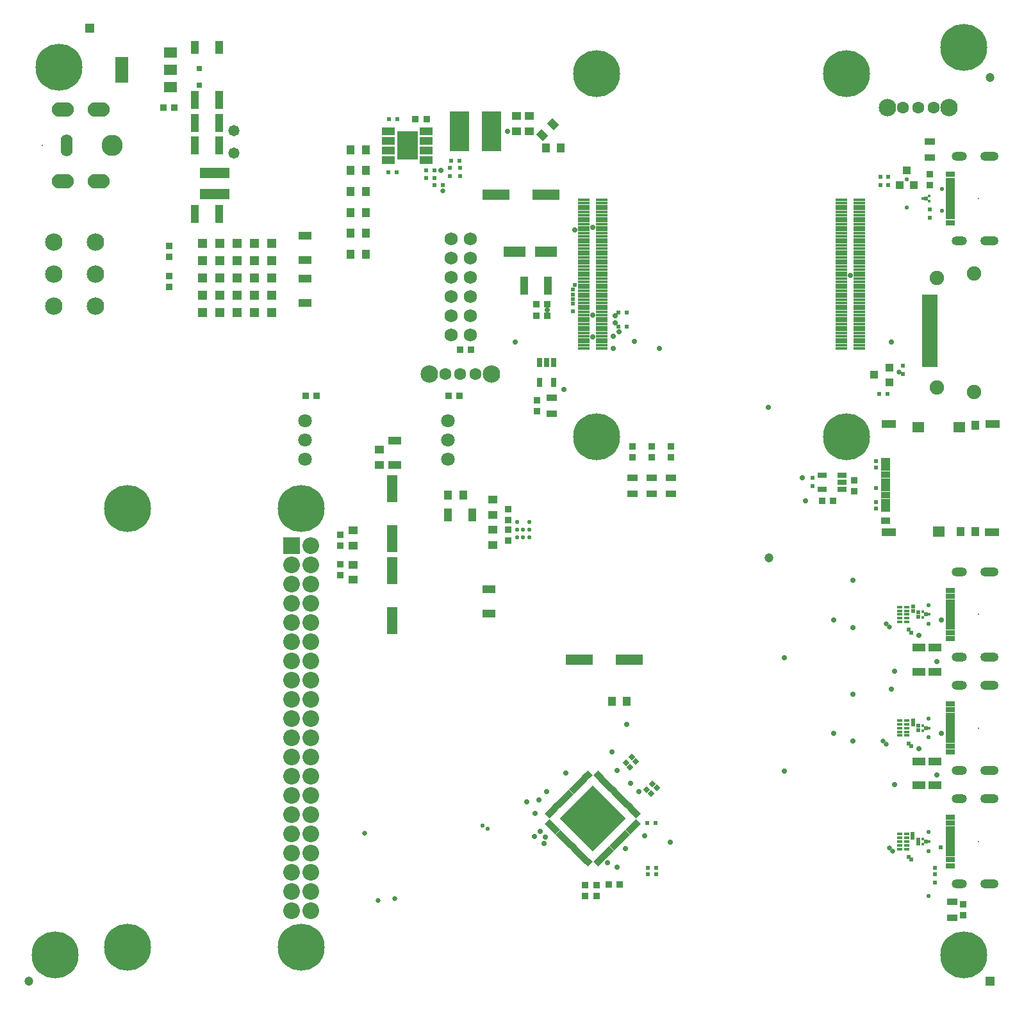
<source format=gbr>
%TF.GenerationSoftware,Altium Limited,Altium Designer,22.4.2 (48)*%
G04 Layer_Color=8388736*
%FSLAX26Y26*%
%MOIN*%
%TF.SameCoordinates,1C2CB1AA-ACBE-45DF-AC24-D873E68AE3FE*%
%TF.FilePolarity,Negative*%
%TF.FileFunction,Soldermask,Top*%
%TF.Part,Single*%
G01*
G75*
%TA.AperFunction,SMDPad,CuDef*%
%ADD27R,0.023622X0.023622*%
%ADD32R,0.055118X0.035433*%
%ADD34R,0.070866X0.039370*%
%ADD38R,0.039370X0.049213*%
%ADD39R,0.035433X0.033465*%
%ADD40P,0.033407X4X270.0*%
%ADD46R,0.049213X0.039370*%
%ADD47R,0.043307X0.094488*%
%ADD48R,0.033465X0.035433*%
%ADD49R,0.023622X0.023622*%
%ADD54R,0.039370X0.070866*%
G04:AMPARAMS|DCode=55|XSize=39.37mil|YSize=49.213mil|CornerRadius=0mil|HoleSize=0mil|Usage=FLASHONLY|Rotation=45.000|XOffset=0mil|YOffset=0mil|HoleType=Round|Shape=Rectangle|*
%AMROTATEDRECTD55*
4,1,4,0.003480,-0.031319,-0.031319,0.003480,-0.003480,0.031319,0.031319,-0.003480,0.003480,-0.031319,0.0*
%
%ADD55ROTATEDRECTD55*%

%TA.AperFunction,FiducialPad,Global*%
%ADD105R,0.047370X0.047370*%
%ADD106C,0.047370*%
%TA.AperFunction,ComponentPad*%
%ADD108O,0.094614X0.047370*%
%ADD109O,0.078866X0.047370*%
%ADD110C,0.008000*%
%ADD111C,0.090677*%
%ADD112R,0.086740X0.086740*%
%ADD113C,0.086740*%
%ADD114O,0.114299X0.074929*%
%ADD115O,0.063118X0.114299*%
%ADD116C,0.110362*%
%ADD117C,0.063118*%
%ADD118C,0.070992*%
%ADD119C,0.244220*%
%ADD120C,0.074929*%
%ADD121C,0.068000*%
%TA.AperFunction,ViaPad*%
%ADD122C,0.035559*%
%ADD123C,0.027685*%
%ADD124C,0.023748*%
%ADD125C,0.021779*%
%ADD126C,0.025716*%
%ADD127C,0.047370*%
%ADD128C,0.058000*%
%TA.AperFunction,SMDPad,CuDef*%
%ADD142R,0.051307X0.031622*%
%ADD143R,0.051307X0.019811*%
%TA.AperFunction,BGAPad,CuDef*%
%ADD144C,0.021779*%
%TA.AperFunction,SMDPad,CuDef*%
%ADD145R,0.100520X0.208787*%
%ADD146R,0.015748X0.015748*%
%ADD147R,0.039496X0.043433*%
%ADD148R,0.070992X0.137921*%
%ADD149R,0.070992X0.055244*%
%ADD150R,0.026701X0.015874*%
%ADD151R,0.025716X0.031228*%
%ADD152R,0.067055X0.039496*%
%ADD153R,0.110362X0.145795*%
%TA.AperFunction,BGAPad,CuDef*%
%ADD154R,0.049732X0.049732*%
%TA.AperFunction,SMDPad,CuDef*%
G04:AMPARAMS|DCode=155|XSize=19.024mil|YSize=35.165mil|CornerRadius=0mil|HoleSize=0mil|Usage=FLASHONLY|Rotation=45.000|XOffset=0mil|YOffset=0mil|HoleType=Round|Shape=Rectangle|*
%AMROTATEDRECTD155*
4,1,4,0.005707,-0.019159,-0.019159,0.005707,-0.005707,0.019159,0.019159,-0.005707,0.005707,-0.019159,0.0*
%
%ADD155ROTATEDRECTD155*%

G04:AMPARAMS|DCode=156|XSize=19.024mil|YSize=35.165mil|CornerRadius=0mil|HoleSize=0mil|Usage=FLASHONLY|Rotation=315.000|XOffset=0mil|YOffset=0mil|HoleType=Round|Shape=Rectangle|*
%AMROTATEDRECTD156*
4,1,4,-0.019159,-0.005707,0.005707,0.019159,0.019159,0.005707,-0.005707,-0.019159,-0.019159,-0.005707,0.0*
%
%ADD156ROTATEDRECTD156*%

%ADD157P,0.345380X4X270.0*%
%ADD158R,0.153669X0.055244*%
%ADD159R,0.082803X0.019811*%
%ADD160R,0.141858X0.055244*%
%ADD161R,0.118236X0.055244*%
%ADD162R,0.060236X0.011811*%
%ADD163R,0.063118X0.052488*%
%ADD164R,0.041465X0.047370*%
%ADD165R,0.074929X0.043433*%
%ADD166R,0.047370X0.033591*%
%ADD167R,0.055244X0.141858*%
%TA.AperFunction,ConnectorPad*%
%ADD168R,0.051307X0.031622*%
%ADD169R,0.051307X0.019811*%
%TA.AperFunction,SMDPad,CuDef*%
%ADD170R,0.043433X0.039496*%
%ADD171R,0.031622X0.051307*%
D27*
X4301181Y1866142D02*
D03*
X4257874D02*
D03*
X5511024Y4100000D02*
D03*
X5467717D02*
D03*
X4154134Y4525000D02*
D03*
X4110827D02*
D03*
X4154134Y4450000D02*
D03*
X4110827D02*
D03*
X2958661Y5531496D02*
D03*
X2915354D02*
D03*
X3194882Y5188976D02*
D03*
X3151575D02*
D03*
X2911417Y5255905D02*
D03*
X2954724D02*
D03*
X3108268Y5263779D02*
D03*
X3151575D02*
D03*
X3281496Y5314961D02*
D03*
X3238189D02*
D03*
X3151575Y5224409D02*
D03*
X3108268D02*
D03*
X4305118Y1601378D02*
D03*
X4261811D02*
D03*
X4305118Y1632874D02*
D03*
X4261811D02*
D03*
D32*
X5728346Y5415354D02*
D03*
Y5332677D02*
D03*
X4182480Y3580709D02*
D03*
Y3663386D02*
D03*
X3761220Y4080118D02*
D03*
Y3997441D02*
D03*
X4282480Y3580709D02*
D03*
Y3663386D02*
D03*
X4382480Y3580709D02*
D03*
Y3663386D02*
D03*
X5844488Y1458661D02*
D03*
Y1375984D02*
D03*
D34*
X3435039Y2958661D02*
D03*
Y3084646D02*
D03*
X5756890Y2653543D02*
D03*
Y2779528D02*
D03*
X2944882Y3858268D02*
D03*
Y3732284D02*
D03*
X2480315Y4700787D02*
D03*
Y4574803D02*
D03*
X2480315Y4799213D02*
D03*
Y4925197D02*
D03*
X5671260Y2062992D02*
D03*
Y2188976D02*
D03*
X5756890Y2062992D02*
D03*
Y2188976D02*
D03*
X5671260Y2653543D02*
D03*
Y2779528D02*
D03*
D38*
X2795276Y5370065D02*
D03*
X2716535D02*
D03*
X4153543Y2500000D02*
D03*
X4074803D02*
D03*
X3224409Y3574803D02*
D03*
X3303150D02*
D03*
X3732283Y5381890D02*
D03*
X3811024D02*
D03*
X2795276Y4826759D02*
D03*
X2716535D02*
D03*
X2795276Y4936995D02*
D03*
X2716535D02*
D03*
X2795276Y5043294D02*
D03*
X2716535D02*
D03*
X2795276Y5153530D02*
D03*
X2716535D02*
D03*
X2795276Y5263766D02*
D03*
X2716535D02*
D03*
D39*
X5334646Y3593504D02*
D03*
Y3650590D02*
D03*
X2661417Y3310039D02*
D03*
Y3367126D02*
D03*
Y3213583D02*
D03*
Y3156496D02*
D03*
X4182480Y3770669D02*
D03*
Y3827756D02*
D03*
X3686220Y4067323D02*
D03*
Y4010236D02*
D03*
X4282480Y3827756D02*
D03*
Y3770669D02*
D03*
X4382480Y3827756D02*
D03*
Y3770669D02*
D03*
X3535433Y3393701D02*
D03*
Y3336614D02*
D03*
Y3443898D02*
D03*
Y3500984D02*
D03*
X1771653Y4813976D02*
D03*
Y4871063D02*
D03*
Y4656496D02*
D03*
Y4713583D02*
D03*
X5903543Y1445866D02*
D03*
Y1388780D02*
D03*
X5728346Y5187992D02*
D03*
Y5245079D02*
D03*
X3996063Y1544291D02*
D03*
Y1487205D02*
D03*
X3937008D02*
D03*
Y1544291D02*
D03*
D40*
X4178697Y2210193D02*
D03*
X4148074Y2179571D02*
D03*
X4310587Y2050744D02*
D03*
X4279964Y2020122D02*
D03*
X4286965Y2072398D02*
D03*
X4256342Y2041775D02*
D03*
X4200351Y2188540D02*
D03*
X4169728Y2157917D02*
D03*
D46*
X2728346Y3311023D02*
D03*
Y3389764D02*
D03*
X2728347Y3212598D02*
D03*
Y3133858D02*
D03*
X2866142Y3732283D02*
D03*
Y3811024D02*
D03*
X3456693Y3393701D02*
D03*
Y3314961D02*
D03*
Y3472441D02*
D03*
Y3551181D02*
D03*
X3578740Y5468504D02*
D03*
Y5547244D02*
D03*
X3645669Y5468504D02*
D03*
Y5547244D02*
D03*
D47*
X3744095Y4665354D02*
D03*
X3618110D02*
D03*
X2031496Y5629921D02*
D03*
X1905512D02*
D03*
X2031496Y5511811D02*
D03*
X1905512D02*
D03*
X2031496Y5393701D02*
D03*
X1905512D02*
D03*
X2031496Y5039370D02*
D03*
X1905512D02*
D03*
D48*
X3739173Y4566929D02*
D03*
X3682087D02*
D03*
X3739173Y4507874D02*
D03*
X3682087D02*
D03*
X3286417Y4330709D02*
D03*
X3343504D02*
D03*
X2483268Y4090551D02*
D03*
X2540354D02*
D03*
X3227362D02*
D03*
X3284449D02*
D03*
X1743110Y5590551D02*
D03*
X1800197D02*
D03*
X5168307Y3543307D02*
D03*
X5225394D02*
D03*
X3054134Y5531496D02*
D03*
X3111220D02*
D03*
X4058071Y1547244D02*
D03*
X4115158D02*
D03*
D49*
X5589370Y4246654D02*
D03*
Y4203346D02*
D03*
X5118110Y3620079D02*
D03*
Y3663386D02*
D03*
X5755905Y1600394D02*
D03*
Y1557087D02*
D03*
X5728346Y5017717D02*
D03*
Y5061024D02*
D03*
X3232284Y5277559D02*
D03*
Y5234252D02*
D03*
X3287402Y5277559D02*
D03*
Y5234252D02*
D03*
X5472441Y5187008D02*
D03*
Y5230315D02*
D03*
X5511811D02*
D03*
Y5187008D02*
D03*
D54*
X2031496Y5905512D02*
D03*
X1905512D02*
D03*
X3350394Y3472441D02*
D03*
X3224410D02*
D03*
D55*
X3712319Y5448539D02*
D03*
X3767996Y5504217D02*
D03*
D105*
X6043307Y1043307D02*
D03*
X1358268Y6003937D02*
D03*
D106*
X1043307Y1043307D02*
D03*
X6043307Y5748032D02*
D03*
D108*
X6039370Y4896850D02*
D03*
Y5339370D02*
D03*
Y1550394D02*
D03*
Y1992913D02*
D03*
Y2140945D02*
D03*
Y2583465D02*
D03*
Y2731496D02*
D03*
Y3174016D02*
D03*
D109*
X5881890Y4896850D02*
D03*
Y5339370D02*
D03*
Y1550394D02*
D03*
Y1992913D02*
D03*
Y2140945D02*
D03*
Y2583465D02*
D03*
Y2731496D02*
D03*
Y3174016D02*
D03*
D110*
X5984252Y5118110D02*
D03*
X1112205Y5393701D02*
D03*
X5984252Y1771653D02*
D03*
Y2362205D02*
D03*
Y2952756D02*
D03*
D111*
X1171260Y4559055D02*
D03*
Y4724409D02*
D03*
Y4889764D02*
D03*
X1387795Y4559055D02*
D03*
Y4724409D02*
D03*
Y4889764D02*
D03*
X5830709Y5590551D02*
D03*
X5507874D02*
D03*
X3125984Y4204724D02*
D03*
X3448819D02*
D03*
D112*
X2410866Y3312205D02*
D03*
D113*
X2510866D02*
D03*
X2410866Y3212205D02*
D03*
X2510866D02*
D03*
X2410866Y3112205D02*
D03*
X2510866D02*
D03*
X2410866Y3012205D02*
D03*
X2510866D02*
D03*
X2410866Y2912205D02*
D03*
X2510866D02*
D03*
X2410866Y2812205D02*
D03*
X2510866D02*
D03*
X2410866Y2712205D02*
D03*
X2510866D02*
D03*
X2410866Y2612205D02*
D03*
X2510866D02*
D03*
X2410866Y2512205D02*
D03*
X2510866D02*
D03*
X2410866Y2412205D02*
D03*
X2510866D02*
D03*
X2410866Y2312205D02*
D03*
X2510866D02*
D03*
X2410866Y2212205D02*
D03*
X2510866D02*
D03*
X2410866Y2112205D02*
D03*
X2510866D02*
D03*
X2410866Y2012205D02*
D03*
X2510866D02*
D03*
X2410866Y1912205D02*
D03*
X2510866D02*
D03*
X2410866Y1812205D02*
D03*
X2510866D02*
D03*
X2410866Y1712205D02*
D03*
X2510866D02*
D03*
X2410866Y1612205D02*
D03*
X2510866D02*
D03*
X2410866Y1512205D02*
D03*
X2510866D02*
D03*
X2410866Y1412205D02*
D03*
X2510866D02*
D03*
D114*
X1220472Y5206693D02*
D03*
Y5580709D02*
D03*
X1405512D02*
D03*
Y5206693D02*
D03*
D115*
X1240158Y5393701D02*
D03*
D116*
X1476378D02*
D03*
D117*
X5590551Y5590551D02*
D03*
X5669291D02*
D03*
X5748032D02*
D03*
X3366142Y4204724D02*
D03*
X3287402D02*
D03*
X3208661D02*
D03*
D118*
X3224409Y3762205D02*
D03*
Y3862205D02*
D03*
Y3962205D02*
D03*
X2480315Y3762205D02*
D03*
Y3862205D02*
D03*
Y3962205D02*
D03*
D119*
X5905512Y5905512D02*
D03*
X2460630Y3503937D02*
D03*
X1181102Y1181102D02*
D03*
X1200000Y5800000D02*
D03*
X5905512Y1181102D02*
D03*
X3996063Y3877953D02*
D03*
X5295276D02*
D03*
X3996063Y5767717D02*
D03*
X5295276D02*
D03*
X1555118Y3503937D02*
D03*
X2460630Y1220472D02*
D03*
X1555118D02*
D03*
D120*
X5767717Y4704724D02*
D03*
X5960630Y4728346D02*
D03*
X5767717Y4133858D02*
D03*
X5960630Y4110236D02*
D03*
D121*
X3239961Y4406299D02*
D03*
X3339961D02*
D03*
Y4906299D02*
D03*
X3239961D02*
D03*
X3339961Y4806299D02*
D03*
X3239961D02*
D03*
Y4706299D02*
D03*
X3339961D02*
D03*
X3239961Y4606299D02*
D03*
X3339961D02*
D03*
X3239961Y4506299D02*
D03*
X3339961D02*
D03*
D122*
X3976378Y1861925D02*
D03*
X3948539Y1834086D02*
D03*
X3920700Y1806247D02*
D03*
X3948539Y1889764D02*
D03*
X3920700Y1861925D02*
D03*
X3892861Y1834086D02*
D03*
X3920700Y1917603D02*
D03*
X3892861Y1889764D02*
D03*
X3865023Y1861925D02*
D03*
X3892861Y1945441D02*
D03*
X3865023Y1917603D02*
D03*
X3837184Y1889764D02*
D03*
X4004217Y1834086D02*
D03*
X3976378Y1806247D02*
D03*
X3948539Y1778408D02*
D03*
X3976378Y1750570D02*
D03*
X4004217Y1778408D02*
D03*
X4032056Y1806247D02*
D03*
X3976378Y1917603D02*
D03*
X4004217Y1945441D02*
D03*
X4032056Y1973280D02*
D03*
X4004217Y1889764D02*
D03*
X4032056Y1917603D02*
D03*
X4059894Y1945441D02*
D03*
X4032056Y1861925D02*
D03*
X4059894Y1889764D02*
D03*
X4087733Y1917603D02*
D03*
X4059894Y1834086D02*
D03*
X4087733Y1861925D02*
D03*
X4115572Y1889764D02*
D03*
X3948539Y1945441D02*
D03*
X3976378Y1973280D02*
D03*
X4004217Y2001119D02*
D03*
X3976378Y2028958D02*
D03*
X3948539Y2001119D02*
D03*
X3920700Y1973280D02*
D03*
D123*
X5767717Y2706693D02*
D03*
Y2116142D02*
D03*
X5671260Y2252953D02*
D03*
Y2843504D02*
D03*
X3976504Y4968504D02*
D03*
X3571850Y4370079D02*
D03*
X3976378Y4396654D02*
D03*
X4074819Y2238189D02*
D03*
X4192913Y4373032D02*
D03*
X4114173Y4423000D02*
D03*
X5082677Y3543307D02*
D03*
X5529528Y4371063D02*
D03*
X4051181Y1662402D02*
D03*
X5531000Y2563000D02*
D03*
X3672000Y1798000D02*
D03*
X4246000Y1801000D02*
D03*
X5231000Y2923551D02*
D03*
Y2333000D02*
D03*
X3531496Y5468504D02*
D03*
X3185039Y5263779D02*
D03*
X3701772Y1822835D02*
D03*
X5314961Y4716535D02*
D03*
X5066929Y3665354D02*
D03*
X4889764Y4031496D02*
D03*
X3881890Y4952756D02*
D03*
X3739173Y4537402D02*
D03*
X3826772Y4125984D02*
D03*
X4380905Y1768701D02*
D03*
X5330709Y2295276D02*
D03*
Y2885827D02*
D03*
Y3129921D02*
D03*
Y2539370D02*
D03*
X5547244Y2066929D02*
D03*
X4972441Y2137795D02*
D03*
Y2728347D02*
D03*
X5547244Y2657480D02*
D03*
X4082677Y4338583D02*
D03*
X4322835D02*
D03*
X4082677Y4401575D02*
D03*
X4153543Y2381890D02*
D03*
X3631890Y1978347D02*
D03*
X3677165Y1917323D02*
D03*
X3728347Y1795276D02*
D03*
X3724078Y1762205D02*
D03*
X4146000Y1734000D02*
D03*
X3834900Y2128144D02*
D03*
X3737464Y2030708D02*
D03*
X3695706Y1988950D02*
D03*
X4103936Y1637464D02*
D03*
X4214758Y2031242D02*
D03*
X4103403Y2142597D02*
D03*
X4173000Y2073000D02*
D03*
X5788000Y2924102D02*
D03*
X4092056Y4506229D02*
D03*
X4091413Y4469413D02*
D03*
X3977000Y4512000D02*
D03*
X5788000Y2333551D02*
D03*
D124*
X5785433Y1742126D02*
D03*
X3872047Y4594488D02*
D03*
X5668678Y2963780D02*
D03*
Y2941732D02*
D03*
X5632717Y2857874D02*
D03*
X5618110Y2873032D02*
D03*
X5668678Y2373228D02*
D03*
Y2351181D02*
D03*
X5632717Y2267323D02*
D03*
X5618110Y2282480D02*
D03*
Y1691929D02*
D03*
X5632717Y1676772D02*
D03*
X3871877Y4644486D02*
D03*
X3873000Y4619000D02*
D03*
X3873648Y4569883D02*
D03*
X3871458Y4531705D02*
D03*
X5642204Y2381299D02*
D03*
Y2402165D02*
D03*
X5668678Y1760630D02*
D03*
Y1782677D02*
D03*
X5640000Y1789764D02*
D03*
X5640986Y1812205D02*
D03*
X5642204Y2993110D02*
D03*
Y2972244D02*
D03*
X5755905Y1633858D02*
D03*
X3881890Y4669291D02*
D03*
X5448819Y3751968D02*
D03*
Y3716535D02*
D03*
Y3610236D02*
D03*
Y3539370D02*
D03*
Y3503937D02*
D03*
X5708661Y1771653D02*
D03*
Y2952756D02*
D03*
Y2362205D02*
D03*
Y5118110D02*
D03*
D125*
X5722441Y2903543D02*
D03*
Y3001968D02*
D03*
Y2411417D02*
D03*
Y2312992D02*
D03*
Y1487205D02*
D03*
Y1820866D02*
D03*
Y1722441D02*
D03*
X5609252Y5216535D02*
D03*
Y5071850D02*
D03*
X5791876Y5054580D02*
D03*
X5791299Y5167323D02*
D03*
X3429287Y1838099D02*
D03*
X3402559Y1853696D02*
D03*
D126*
X5568000Y4213000D02*
D03*
X5519322Y1738553D02*
D03*
X5535329Y1722545D02*
D03*
X5487333Y2293179D02*
D03*
X5503341Y2277171D02*
D03*
X5502097Y2903415D02*
D03*
X5518104Y2887407D02*
D03*
X3195000Y5158000D02*
D03*
X2859000Y1466000D02*
D03*
X2790000Y1815000D02*
D03*
X2946000Y1474000D02*
D03*
D127*
X4893000Y3247000D02*
D03*
D128*
X2110236Y5472441D02*
D03*
Y5354331D02*
D03*
D142*
X5836614Y5212598D02*
D03*
Y5244095D02*
D03*
Y5023622D02*
D03*
Y4992126D02*
D03*
X5271654Y3679134D02*
D03*
Y3641732D02*
D03*
X5169291Y3604331D02*
D03*
Y3679134D02*
D03*
X5271654Y3604331D02*
D03*
D143*
X5836614Y5049213D02*
D03*
Y5068898D02*
D03*
Y5088583D02*
D03*
Y5108268D02*
D03*
Y5127953D02*
D03*
Y5147638D02*
D03*
Y5167323D02*
D03*
Y5187008D02*
D03*
D144*
X3645669Y3433071D02*
D03*
Y3393701D02*
D03*
Y3354331D02*
D03*
X3582677Y3433071D02*
D03*
Y3393701D02*
D03*
Y3354331D02*
D03*
X3614173D02*
D03*
Y3393701D02*
D03*
D145*
X3284449Y5468504D02*
D03*
X3447835D02*
D03*
D146*
X5725394Y5104331D02*
D03*
Y5131890D02*
D03*
X5691929Y5118110D02*
D03*
Y1785433D02*
D03*
Y1757874D02*
D03*
X5725394Y1771653D02*
D03*
X5691929Y2375984D02*
D03*
Y2348425D02*
D03*
X5725394Y2362205D02*
D03*
X5691929Y2966535D02*
D03*
Y2938976D02*
D03*
X5725394Y2952756D02*
D03*
D147*
X5572835Y5187008D02*
D03*
X5647638D02*
D03*
X5610236Y5265748D02*
D03*
D148*
X1527559Y5787402D02*
D03*
D149*
X1779528Y5877953D02*
D03*
Y5787402D02*
D03*
Y5696850D02*
D03*
D150*
X5609252Y2913386D02*
D03*
Y2933071D02*
D03*
Y2952756D02*
D03*
Y2972441D02*
D03*
Y2992126D02*
D03*
X5571850D02*
D03*
Y2972441D02*
D03*
Y2952756D02*
D03*
Y2933071D02*
D03*
Y2913386D02*
D03*
X5609252Y1732283D02*
D03*
Y1751968D02*
D03*
Y1771653D02*
D03*
Y1791339D02*
D03*
Y1811024D02*
D03*
X5571850D02*
D03*
Y1791339D02*
D03*
Y1771653D02*
D03*
Y1751968D02*
D03*
Y1732283D02*
D03*
X5609252Y2322835D02*
D03*
Y2342520D02*
D03*
Y2362205D02*
D03*
Y2381890D02*
D03*
Y2401575D02*
D03*
X5571850D02*
D03*
Y2381890D02*
D03*
Y2362205D02*
D03*
Y2342520D02*
D03*
Y2322835D02*
D03*
D151*
X1929134Y5708661D02*
D03*
Y5793307D02*
D03*
D152*
X3110236Y5468701D02*
D03*
Y5418701D02*
D03*
Y5318701D02*
D03*
Y5368701D02*
D03*
X2913386D02*
D03*
Y5318701D02*
D03*
Y5418701D02*
D03*
Y5468701D02*
D03*
D153*
X3011811Y5393701D02*
D03*
D154*
X2216142Y4524409D02*
D03*
X2306299D02*
D03*
X1945669D02*
D03*
X2035827D02*
D03*
X2125984D02*
D03*
X2216142Y4614567D02*
D03*
X2306299D02*
D03*
X1945669D02*
D03*
X2035827D02*
D03*
X2125984D02*
D03*
Y4704724D02*
D03*
X2035827D02*
D03*
X1945669D02*
D03*
X2306299D02*
D03*
X2216142D02*
D03*
X2125984Y4794882D02*
D03*
X2035827D02*
D03*
X1945669D02*
D03*
X2306299D02*
D03*
X2216142D02*
D03*
X2125984Y4885039D02*
D03*
X2035827D02*
D03*
X1945669D02*
D03*
X2306299D02*
D03*
X2216142D02*
D03*
D155*
X4206744Y1868189D02*
D03*
X4192825Y1854269D02*
D03*
X4178906Y1840350D02*
D03*
X4164986Y1826430D02*
D03*
X4151067Y1812511D02*
D03*
X4137147Y1798592D02*
D03*
X4123228Y1784672D02*
D03*
X4109309Y1770753D02*
D03*
X3997953Y1659397D02*
D03*
X4011872Y1673317D02*
D03*
X4025792Y1687236D02*
D03*
X4039711Y1701156D02*
D03*
X4053631Y1715075D02*
D03*
X4067550Y1728994D02*
D03*
X4081470Y1742914D02*
D03*
X4095389Y1756833D02*
D03*
X3746012Y1911339D02*
D03*
X3759931Y1925258D02*
D03*
X3773850Y1939178D02*
D03*
X3787770Y1953097D02*
D03*
X3801689Y1967017D02*
D03*
X3815609Y1980936D02*
D03*
X3829528Y1994855D02*
D03*
X3843448Y2008775D02*
D03*
X3954803Y2120130D02*
D03*
X3940883Y2106211D02*
D03*
X3926964Y2092291D02*
D03*
X3913045Y2078372D02*
D03*
X3899125Y2064453D02*
D03*
X3885206Y2050533D02*
D03*
X3871286Y2036614D02*
D03*
X3857367Y2022694D02*
D03*
D156*
X3954803Y1659397D02*
D03*
X3940883Y1673317D02*
D03*
X3926964Y1687236D02*
D03*
X3913045Y1701156D02*
D03*
X3899125Y1715075D02*
D03*
X3885206Y1728994D02*
D03*
X3871286Y1742914D02*
D03*
X3857367Y1756833D02*
D03*
X3746012Y1868189D02*
D03*
X3759931Y1854269D02*
D03*
X3773850Y1840350D02*
D03*
X3787770Y1826430D02*
D03*
X3829528Y1784672D02*
D03*
X3843448Y1770753D02*
D03*
X3997953Y2120130D02*
D03*
X4011872Y2106211D02*
D03*
X4025792Y2092291D02*
D03*
X4039711Y2078372D02*
D03*
X4053631Y2064453D02*
D03*
X4067550Y2050533D02*
D03*
X4081470Y2036614D02*
D03*
X4095389Y2022694D02*
D03*
X4206744Y1911339D02*
D03*
X4192825Y1925258D02*
D03*
X4178906Y1939178D02*
D03*
X4164986Y1953097D02*
D03*
X4151067Y1967017D02*
D03*
X4137147Y1980936D02*
D03*
X4123228Y1994855D02*
D03*
X4109309Y2008775D02*
D03*
X3801689Y1812511D02*
D03*
X3815609Y1798592D02*
D03*
D157*
X3976378Y1889764D02*
D03*
D158*
X2007874Y5251968D02*
D03*
Y5141732D02*
D03*
D159*
X5728346Y4409449D02*
D03*
Y4389764D02*
D03*
Y4370079D02*
D03*
Y4330709D02*
D03*
Y4291338D02*
D03*
Y4350394D02*
D03*
Y4311024D02*
D03*
Y4271654D02*
D03*
Y4251968D02*
D03*
Y4429134D02*
D03*
Y4448819D02*
D03*
Y4468504D02*
D03*
Y4507874D02*
D03*
Y4547244D02*
D03*
Y4488189D02*
D03*
Y4527559D02*
D03*
Y4566929D02*
D03*
Y4586614D02*
D03*
Y4606299D02*
D03*
D160*
X3732284Y5137795D02*
D03*
X3472441D02*
D03*
X4165354Y2716535D02*
D03*
X3905512D02*
D03*
D161*
X3568898Y4842520D02*
D03*
X3734252D02*
D03*
D162*
X5268110Y4716535D02*
D03*
Y4700788D02*
D03*
Y4685039D02*
D03*
Y4669291D02*
D03*
Y4653543D02*
D03*
Y4637795D02*
D03*
Y4622047D02*
D03*
Y4606299D02*
D03*
Y4590551D02*
D03*
Y4574803D02*
D03*
Y4559055D02*
D03*
Y4543307D02*
D03*
Y4527559D02*
D03*
Y4511811D02*
D03*
Y4496063D02*
D03*
Y4480315D02*
D03*
Y4464567D02*
D03*
Y4448819D02*
D03*
Y4433071D02*
D03*
Y4417323D02*
D03*
Y4401575D02*
D03*
Y4385827D02*
D03*
Y4370079D02*
D03*
Y4354331D02*
D03*
Y4338583D02*
D03*
Y5110236D02*
D03*
Y5094488D02*
D03*
Y5078740D02*
D03*
Y5062992D02*
D03*
Y5047244D02*
D03*
Y5031496D02*
D03*
Y5015748D02*
D03*
Y5000000D02*
D03*
Y4984252D02*
D03*
Y4968504D02*
D03*
Y4952756D02*
D03*
Y4937008D02*
D03*
Y4921260D02*
D03*
Y4905512D02*
D03*
Y4889764D02*
D03*
Y4874016D02*
D03*
Y4858268D02*
D03*
Y4842520D02*
D03*
Y4826772D02*
D03*
Y4811024D02*
D03*
Y4795276D02*
D03*
Y4779528D02*
D03*
Y4763780D02*
D03*
Y4748032D02*
D03*
Y4732283D02*
D03*
X5361811Y4716535D02*
D03*
Y4700788D02*
D03*
Y4685039D02*
D03*
Y4669291D02*
D03*
Y4653543D02*
D03*
Y4637795D02*
D03*
Y4622047D02*
D03*
Y4606299D02*
D03*
Y4590551D02*
D03*
Y4574803D02*
D03*
Y4559055D02*
D03*
Y4543307D02*
D03*
Y4527559D02*
D03*
Y4511811D02*
D03*
Y4496063D02*
D03*
Y4480315D02*
D03*
Y4464567D02*
D03*
Y4448819D02*
D03*
Y4433071D02*
D03*
Y4417323D02*
D03*
Y4401575D02*
D03*
Y4385827D02*
D03*
Y4370079D02*
D03*
Y4354331D02*
D03*
Y4338583D02*
D03*
Y5110236D02*
D03*
Y5094488D02*
D03*
Y5078740D02*
D03*
Y5062992D02*
D03*
Y5047244D02*
D03*
Y5031496D02*
D03*
Y5015748D02*
D03*
Y5000000D02*
D03*
Y4984252D02*
D03*
Y4968504D02*
D03*
Y4952756D02*
D03*
Y4937008D02*
D03*
Y4921260D02*
D03*
Y4905512D02*
D03*
Y4889764D02*
D03*
Y4874016D02*
D03*
Y4858268D02*
D03*
Y4842520D02*
D03*
Y4826772D02*
D03*
Y4811024D02*
D03*
Y4795276D02*
D03*
Y4779528D02*
D03*
Y4763780D02*
D03*
Y4748032D02*
D03*
Y4732283D02*
D03*
X3929528Y4716535D02*
D03*
Y4700788D02*
D03*
Y4685039D02*
D03*
Y4669291D02*
D03*
Y4653543D02*
D03*
Y4637795D02*
D03*
Y4622047D02*
D03*
Y4606299D02*
D03*
Y4590551D02*
D03*
Y4574803D02*
D03*
Y4559055D02*
D03*
Y4543307D02*
D03*
Y4527559D02*
D03*
Y4511811D02*
D03*
Y4496063D02*
D03*
Y4480315D02*
D03*
Y4464567D02*
D03*
Y4448819D02*
D03*
Y4433071D02*
D03*
Y4417323D02*
D03*
Y4401575D02*
D03*
Y4385827D02*
D03*
Y4370079D02*
D03*
Y4354331D02*
D03*
Y4338583D02*
D03*
Y5110236D02*
D03*
Y5094488D02*
D03*
Y5078740D02*
D03*
Y5062992D02*
D03*
Y5047244D02*
D03*
Y5031496D02*
D03*
Y5015748D02*
D03*
Y5000000D02*
D03*
Y4984252D02*
D03*
Y4968504D02*
D03*
Y4952756D02*
D03*
Y4937008D02*
D03*
Y4921260D02*
D03*
Y4905512D02*
D03*
Y4889764D02*
D03*
Y4874016D02*
D03*
Y4858268D02*
D03*
Y4842520D02*
D03*
Y4826772D02*
D03*
Y4811024D02*
D03*
Y4795276D02*
D03*
Y4779528D02*
D03*
Y4763780D02*
D03*
Y4748032D02*
D03*
Y4732283D02*
D03*
X4023228Y4716535D02*
D03*
Y4700788D02*
D03*
Y4685039D02*
D03*
Y4669291D02*
D03*
Y4653543D02*
D03*
Y4637795D02*
D03*
Y4622047D02*
D03*
Y4606299D02*
D03*
Y4590551D02*
D03*
Y4574803D02*
D03*
Y4559055D02*
D03*
Y4543307D02*
D03*
Y4527559D02*
D03*
Y4511811D02*
D03*
Y4496063D02*
D03*
Y4480315D02*
D03*
Y4464567D02*
D03*
Y4448819D02*
D03*
Y4433071D02*
D03*
Y4417323D02*
D03*
Y4401575D02*
D03*
Y4385827D02*
D03*
Y4370079D02*
D03*
Y4354331D02*
D03*
Y4338583D02*
D03*
Y5110236D02*
D03*
Y5094488D02*
D03*
Y5078740D02*
D03*
Y5062992D02*
D03*
Y5047244D02*
D03*
Y5031496D02*
D03*
Y5015748D02*
D03*
Y5000000D02*
D03*
Y4984252D02*
D03*
Y4968504D02*
D03*
Y4952756D02*
D03*
Y4937008D02*
D03*
Y4921260D02*
D03*
Y4905512D02*
D03*
Y4889764D02*
D03*
Y4874016D02*
D03*
Y4858268D02*
D03*
Y4842520D02*
D03*
Y4826772D02*
D03*
Y4811024D02*
D03*
Y4795276D02*
D03*
Y4779528D02*
D03*
Y4763780D02*
D03*
Y4748032D02*
D03*
Y4732283D02*
D03*
D163*
X5882874Y3927165D02*
D03*
X5668307D02*
D03*
X5774606Y3383858D02*
D03*
D164*
X5890748Y3385827D02*
D03*
X5966732D02*
D03*
Y3937008D02*
D03*
D165*
X6054492Y3944016D02*
D03*
X6054134Y3381009D02*
D03*
X5514764Y3942913D02*
D03*
Y3379921D02*
D03*
D166*
X5500000Y3503937D02*
D03*
Y3751968D02*
D03*
Y3716535D02*
D03*
Y3681102D02*
D03*
Y3645669D02*
D03*
Y3610236D02*
D03*
Y3574803D02*
D03*
Y3539370D02*
D03*
Y3440157D02*
D03*
D167*
X2933661Y3346260D02*
D03*
Y3606102D02*
D03*
Y3181102D02*
D03*
Y2921260D02*
D03*
D168*
X5836614Y1866142D02*
D03*
Y1897638D02*
D03*
Y1677165D02*
D03*
Y1645669D02*
D03*
Y2456693D02*
D03*
Y2488189D02*
D03*
Y2267716D02*
D03*
Y2236220D02*
D03*
Y3047244D02*
D03*
Y3078740D02*
D03*
Y2858268D02*
D03*
Y2826772D02*
D03*
D169*
Y1702756D02*
D03*
Y1722441D02*
D03*
Y1742126D02*
D03*
Y1761811D02*
D03*
Y1781496D02*
D03*
Y1801181D02*
D03*
Y1820866D02*
D03*
Y1840551D02*
D03*
Y2293307D02*
D03*
Y2312992D02*
D03*
Y2332677D02*
D03*
Y2352362D02*
D03*
Y2372047D02*
D03*
Y2391732D02*
D03*
Y2411417D02*
D03*
Y2431102D02*
D03*
Y2883858D02*
D03*
Y2903543D02*
D03*
Y2923228D02*
D03*
Y2942913D02*
D03*
Y2962598D02*
D03*
Y2982284D02*
D03*
Y3001968D02*
D03*
Y3021653D02*
D03*
D170*
X5518110Y4162598D02*
D03*
Y4237402D02*
D03*
X5439370Y4200000D02*
D03*
D171*
X3698819Y4264961D02*
D03*
X3736220D02*
D03*
X3773622Y4162598D02*
D03*
X3698819D02*
D03*
X3773622Y4264961D02*
D03*
%TF.MD5,b9ce1aa6c84a59ce0acdbf0243f2d378*%
M02*

</source>
